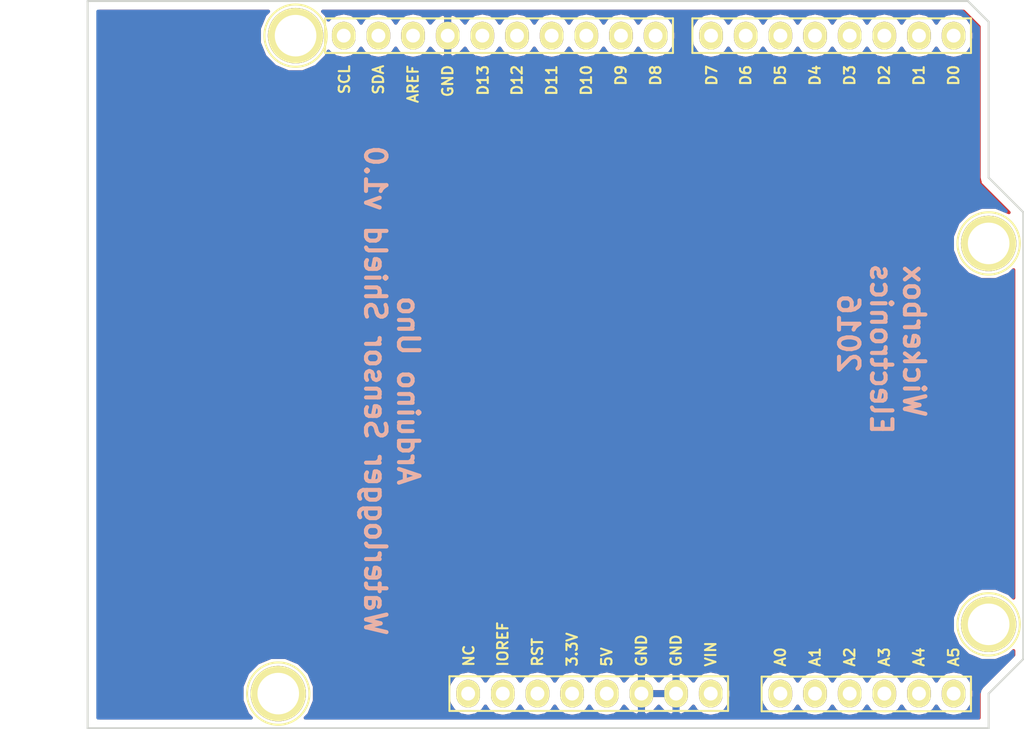
<source format=kicad_pcb>
(kicad_pcb (version 4) (host pcbnew 4.0.4+e1-6308~48~ubuntu14.04.1-stable)

  (general
    (links 5)
    (no_connects 3)
    (area 104.572999 71.488 179.653001 129.272)
    (thickness 1.6)
    (drawings 28)
    (tracks 0)
    (zones 0)
    (modules 5)
    (nets 5)
  )

  (page A4)
  (title_block
    (title "Arduino 101 Vehicle Datalogger Breakout Shield")
    (date 2016-05-02)
    (rev v1.0)
    (company "Released under the CERN Open Hardware License v1.2")
    (comment 1 jeh.wicker@gmail.com)
    (comment 2 "Jenner Hanni")
    (comment 3 "Wickerbox Electronics")
    (comment 4 http://github.com/wickerbox/pothole-project)
  )

  (layers
    (0 F.Cu signal)
    (31 B.Cu signal)
    (34 B.Paste user)
    (35 F.Paste user)
    (36 B.SilkS user)
    (37 F.SilkS user)
    (38 B.Mask user)
    (39 F.Mask user)
    (44 Edge.Cuts user)
  )

  (setup
    (last_trace_width 0.254)
    (user_trace_width 0.1524)
    (user_trace_width 0.254)
    (user_trace_width 0.3302)
    (user_trace_width 0.508)
    (user_trace_width 0.762)
    (user_trace_width 1.27)
    (trace_clearance 0.254)
    (zone_clearance 0.508)
    (zone_45_only no)
    (trace_min 0.1524)
    (segment_width 0.2)
    (edge_width 0.15)
    (via_size 0.6858)
    (via_drill 0.3302)
    (via_min_size 0.6858)
    (via_min_drill 0.3302)
    (user_via 0.6858 0.3302)
    (user_via 0.762 0.4064)
    (user_via 0.8636 0.508)
    (uvia_size 0.6858)
    (uvia_drill 0.3302)
    (uvias_allowed no)
    (uvia_min_size 0)
    (uvia_min_drill 0)
    (pcb_text_width 0.3)
    (pcb_text_size 1.5 1.5)
    (mod_edge_width 0.15)
    (mod_text_size 1 1)
    (mod_text_width 0.15)
    (pad_size 1.524 1.524)
    (pad_drill 0.762)
    (pad_to_mask_clearance 0.2)
    (aux_axis_origin 124.968 123.825)
    (grid_origin 124.968 123.825)
    (visible_elements FFFCDF7D)
    (pcbplotparams
      (layerselection 0x010fc_80000001)
      (usegerberextensions true)
      (excludeedgelayer true)
      (linewidth 0.100000)
      (plotframeref false)
      (viasonmask false)
      (mode 1)
      (useauxorigin false)
      (hpglpennumber 1)
      (hpglpenspeed 20)
      (hpglpendiameter 15)
      (hpglpenoverlay 2)
      (psnegative false)
      (psa4output false)
      (plotreference true)
      (plotvalue true)
      (plotinvisibletext false)
      (padsonsilk false)
      (subtractmaskfromsilk false)
      (outputformat 1)
      (mirror false)
      (drillshape 0)
      (scaleselection 1)
      (outputdirectory gerbers/))
  )

  (net 0 "")
  (net 1 GND)
  (net 2 /A4)
  (net 3 /A5)
  (net 4 +5V)

  (net_class Default "This is the default net class."
    (clearance 0.254)
    (trace_width 0.254)
    (via_dia 0.6858)
    (via_drill 0.3302)
    (uvia_dia 0.6858)
    (uvia_drill 0.3302)
    (add_net +5V)
    (add_net /A4)
    (add_net /A5)
    (add_net GND)
  )

  (module Wickerlib:ARDUINO-101-SHIELD locked (layer F.Cu) (tedit 57283FB2) (tstamp 5728CC97)
    (at 133.8072 123.825)
    (descr "Through hole socket strip")
    (tags "socket strip")
    (path /572986CB)
    (fp_text reference U5 (at 13.97 2.794) (layer F.SilkS) hide
      (effects (font (size 1 1) (thickness 0.15)))
    )
    (fp_text value ARDUINO-101-SHIELD (at 13.97 4.318) (layer F.Fab) hide
      (effects (font (size 1 1) (thickness 0.15)))
    )
    (fp_text user NC (at 5.1308 -2.779486 90) (layer F.SilkS)
      (effects (font (size 0.762 0.762) (thickness 0.1524)))
    )
    (fp_line (start 3.33 -1.75) (end 3.33 1.75) (layer F.CrtYd) (width 0.05))
    (fp_line (start 24.63 -1.75) (end 24.63 1.75) (layer F.CrtYd) (width 0.05))
    (fp_line (start 3.33 -1.75) (end 24.63 -1.75) (layer F.CrtYd) (width 0.05))
    (fp_line (start 3.33 1.75) (end 24.63 1.75) (layer F.CrtYd) (width 0.05))
    (fp_line (start 3.7084 1.27) (end 24.13 1.27) (layer F.SilkS) (width 0.15))
    (fp_line (start 24.13 1.27) (end 24.13 -1.27) (layer F.SilkS) (width 0.15))
    (fp_line (start 24.13 -1.27) (end 3.7084 -1.27) (layer F.SilkS) (width 0.15))
    (fp_line (start 3.7084 1.27) (end 3.7084 -1.27) (layer F.SilkS) (width 0.15))
    (fp_text user IOREF (at 7.62 -3.6322 90) (layer F.SilkS)
      (effects (font (size 0.762 0.762) (thickness 0.1524)))
    )
    (fp_text user RST (at 10.16 -3.033485 90) (layer F.SilkS)
      (effects (font (size 0.762 0.762) (thickness 0.1524)))
    )
    (fp_text user 3.3V (at 12.7 -3.233057 90) (layer F.SilkS)
      (effects (font (size 0.762 0.762) (thickness 0.1524)))
    )
    (fp_text user 5V (at 15.24 -2.688771 90) (layer F.SilkS)
      (effects (font (size 0.762 0.762) (thickness 0.1524)))
    )
    (fp_text user GND (at 17.78 -3.160486 90) (layer F.SilkS)
      (effects (font (size 0.762 0.762) (thickness 0.1524)))
    )
    (fp_text user GND (at 20.32 -3.160486 90) (layer F.SilkS)
      (effects (font (size 0.762 0.762) (thickness 0.1524)))
    )
    (fp_text user VIN (at 22.86 -2.906486 90) (layer F.SilkS)
      (effects (font (size 0.762 0.762) (thickness 0.1524)))
    )
    (fp_line (start 41.9354 -1.2446) (end 26.5938 -1.2446) (layer F.SilkS) (width 0.15))
    (fp_line (start 41.9354 1.2954) (end 41.9354 -1.2446) (layer F.SilkS) (width 0.15))
    (fp_text user A4 (at 38.1254 -2.688771 90) (layer F.SilkS)
      (effects (font (size 0.762 0.762) (thickness 0.1524)))
    )
    (fp_text user A3 (at 35.5854 -2.688771 90) (layer F.SilkS)
      (effects (font (size 0.762 0.762) (thickness 0.1524)))
    )
    (fp_text user A5 (at 40.6654 -2.688771 90) (layer F.SilkS)
      (effects (font (size 0.762 0.762) (thickness 0.1524)))
    )
    (fp_text user A0 (at 27.9654 -2.688771 90) (layer F.SilkS)
      (effects (font (size 0.762 0.762) (thickness 0.1524)))
    )
    (fp_text user A1 (at 30.5054 -2.688771 90) (layer F.SilkS)
      (effects (font (size 0.762 0.762) (thickness 0.1524)))
    )
    (fp_line (start 26.5938 1.2954) (end 41.9354 1.2954) (layer F.SilkS) (width 0.15))
    (fp_line (start 26.5938 1.2954) (end 26.5938 -1.2446) (layer F.SilkS) (width 0.15))
    (fp_text user A2 (at 33.0454 -2.688771 90) (layer F.SilkS)
      (effects (font (size 0.762 0.762) (thickness 0.1524)))
    )
    (fp_line (start 26.2154 -1.7246) (end 42.4354 -1.7246) (layer F.CrtYd) (width 0.05))
    (fp_line (start 26.2154 -1.7246) (end 26.2154 1.7754) (layer F.CrtYd) (width 0.05))
    (fp_line (start 42.4354 -1.7246) (end 42.4354 1.7754) (layer F.CrtYd) (width 0.05))
    (fp_line (start 26.2154 1.7754) (end 42.4354 1.7754) (layer F.CrtYd) (width 0.05))
    (fp_text user D2 (at 35.5854 -45.349886 90) (layer F.SilkS)
      (effects (font (size 0.762 0.762) (thickness 0.1524)))
    )
    (fp_line (start 41.9354 -46.99) (end 41.9354 -49.53) (layer F.SilkS) (width 0.15))
    (fp_text user D0 (at 40.6654 -45.349886 90) (layer F.SilkS)
      (effects (font (size 0.762 0.762) (thickness 0.1524)))
    )
    (fp_text user D1 (at 38.1254 -45.349886 90) (layer F.SilkS)
      (effects (font (size 0.762 0.762) (thickness 0.1524)))
    )
    (fp_line (start 41.9354 -49.53) (end 21.5138 -49.53) (layer F.SilkS) (width 0.15))
    (fp_text user D4 (at 30.5054 -45.349886 90) (layer F.SilkS)
      (effects (font (size 0.762 0.762) (thickness 0.1524)))
    )
    (fp_text user D5 (at 27.9654 -45.349886 90) (layer F.SilkS)
      (effects (font (size 0.762 0.762) (thickness 0.1524)))
    )
    (fp_line (start 21.5138 -46.99) (end 21.5138 -49.53) (layer F.SilkS) (width 0.15))
    (fp_text user D6 (at 25.4254 -45.349886 90) (layer F.SilkS)
      (effects (font (size 0.762 0.762) (thickness 0.1524)))
    )
    (fp_text user D7 (at 22.9362 -45.349886 90) (layer F.SilkS)
      (effects (font (size 0.762 0.762) (thickness 0.1524)))
    )
    (fp_line (start 21.5138 -46.99) (end 41.9354 -46.99) (layer F.SilkS) (width 0.15))
    (fp_text user D3 (at 33.0454 -45.349886 90) (layer F.SilkS)
      (effects (font (size 0.762 0.762) (thickness 0.1524)))
    )
    (fp_line (start 21.1354 -50.01) (end 21.1354 -46.51) (layer F.CrtYd) (width 0.05))
    (fp_line (start 42.4354 -50.01) (end 42.4354 -46.51) (layer F.CrtYd) (width 0.05))
    (fp_line (start 21.1354 -50.01) (end 42.4354 -50.01) (layer F.CrtYd) (width 0.05))
    (fp_line (start 21.1354 -46.51) (end 42.4354 -46.51) (layer F.CrtYd) (width 0.05))
    (fp_line (start 20.0914 -49.53) (end -5.3848 -49.53) (layer F.SilkS) (width 0.15))
    (fp_text user D10 (at 13.7414 -44.987029 90) (layer F.SilkS)
      (effects (font (size 0.762 0.762) (thickness 0.1524)))
    )
    (fp_text user D12 (at 8.6614 -44.987029 90) (layer F.SilkS)
      (effects (font (size 0.762 0.762) (thickness 0.1524)))
    )
    (fp_line (start -5.3848 -46.99) (end 20.0914 -46.99) (layer F.SilkS) (width 0.15))
    (fp_text user D9 (at 16.2814 -45.349886 90) (layer F.SilkS)
      (effects (font (size 0.762 0.762) (thickness 0.1524)))
    )
    (fp_text user D8 (at 18.8214 -45.349886 90) (layer F.SilkS)
      (effects (font (size 0.762 0.762) (thickness 0.1524)))
    )
    (fp_line (start 20.0914 -46.99) (end 20.0914 -49.53) (layer F.SilkS) (width 0.15))
    (fp_text user D11 (at 11.2014 -44.987029 90) (layer F.SilkS)
      (effects (font (size 0.762 0.762) (thickness 0.1524)))
    )
    (fp_line (start -5.4102 -46.99) (end -5.4102 -49.53) (layer F.SilkS) (width 0.15))
    (fp_text user D13 (at 6.1722 -44.987029 90) (layer F.SilkS)
      (effects (font (size 0.762 0.762) (thickness 0.1524)))
    )
    (fp_line (start -5.7912 -49.9872) (end 20.5914 -49.9872) (layer F.CrtYd) (width 0.05))
    (fp_line (start 20.5914 -50.01) (end 20.5914 -46.51) (layer F.CrtYd) (width 0.05))
    (fp_line (start -5.7912 -49.9872) (end -5.7912 -46.5074) (layer F.CrtYd) (width 0.05))
    (fp_line (start -5.7912 -46.5074) (end 20.5914 -46.51) (layer F.CrtYd) (width 0.05))
    (fp_text user GND (at 3.5814 -44.9326 90) (layer F.SilkS)
      (effects (font (size 0.762 0.762) (thickness 0.1524)))
    )
    (fp_text user SDA (at -1.4986 -45.023314 90) (layer F.SilkS)
      (effects (font (size 0.762 0.762) (thickness 0.1524)))
    )
    (fp_text user AREF (at 1.0414 -44.714885 90) (layer F.SilkS)
      (effects (font (size 0.762 0.762) (thickness 0.1524)))
    )
    (fp_text user SCL (at -3.9878 -45.041457 90) (layer F.SilkS)
      (effects (font (size 0.762 0.762) (thickness 0.1524)))
    )
    (pad NC thru_hole oval (at 5.08 0) (size 1.7272 2.032) (drill 1.016) (layers *.Cu *.Mask F.SilkS))
    (pad IO thru_hole oval (at 7.62 0) (size 1.7272 2.032) (drill 1.016) (layers *.Cu *.Mask F.SilkS))
    (pad RST thru_hole oval (at 10.16 0) (size 1.7272 2.032) (drill 1.016) (layers *.Cu *.Mask F.SilkS))
    (pad 3V3 thru_hole oval (at 12.7 0) (size 1.7272 2.032) (drill 1.016) (layers *.Cu *.Mask F.SilkS))
    (pad 5V thru_hole oval (at 15.24 0) (size 1.7272 2.032) (drill 1.016) (layers *.Cu *.Mask F.SilkS)
      (net 4 +5V))
    (pad GND1 thru_hole oval (at 17.78 0) (size 1.7272 2.032) (drill 1.016) (layers *.Cu *.Mask F.SilkS)
      (net 1 GND))
    (pad GND2 thru_hole oval (at 20.32 0) (size 1.7272 2.032) (drill 1.016) (layers *.Cu *.Mask F.SilkS)
      (net 1 GND))
    (pad VIN thru_hole oval (at 22.86 0) (size 1.7272 2.032) (drill 1.016) (layers *.Cu *.Mask F.SilkS))
    (pad A0 thru_hole oval (at 27.9654 0) (size 1.7272 2.032) (drill 1.016) (layers *.Cu *.Mask F.SilkS))
    (pad A1 thru_hole oval (at 30.5054 0) (size 1.7272 2.032) (drill 1.016) (layers *.Cu *.Mask F.SilkS))
    (pad A2 thru_hole oval (at 33.0454 0) (size 1.7272 2.032) (drill 1.016) (layers *.Cu *.Mask F.SilkS))
    (pad A5 thru_hole oval (at 40.6654 0) (size 1.7272 2.032) (drill 1.016) (layers *.Cu *.Mask F.SilkS)
      (net 3 /A5))
    (pad A4 thru_hole oval (at 38.1254 0) (size 1.7272 2.032) (drill 1.016) (layers *.Cu *.Mask F.SilkS)
      (net 2 /A4))
    (pad A3 thru_hole oval (at 35.5854 0) (size 1.7272 2.032) (drill 1.016) (layers *.Cu *.Mask F.SilkS))
    (pad D1 thru_hole oval (at 38.1254 -48.26) (size 1.7272 2.032) (drill 1.016) (layers *.Cu *.Mask F.SilkS))
    (pad D0 thru_hole oval (at 40.6654 -48.26) (size 1.7272 2.032) (drill 1.016) (layers *.Cu *.Mask F.SilkS))
    (pad D5 thru_hole oval (at 27.9654 -48.26) (size 1.7272 2.032) (drill 1.016) (layers *.Cu *.Mask F.SilkS))
    (pad D4 thru_hole oval (at 30.5054 -48.26) (size 1.7272 2.032) (drill 1.016) (layers *.Cu *.Mask F.SilkS))
    (pad D6 thru_hole oval (at 25.4254 -48.26) (size 1.7272 2.032) (drill 1.016) (layers *.Cu *.Mask F.SilkS))
    (pad D7 thru_hole oval (at 22.8854 -48.26) (size 1.7272 2.032) (drill 1.016) (layers *.Cu *.Mask F.SilkS))
    (pad D3 thru_hole oval (at 33.0454 -48.26) (size 1.7272 2.032) (drill 1.016) (layers *.Cu *.Mask F.SilkS))
    (pad D2 thru_hole oval (at 35.5854 -48.26) (size 1.7272 2.032) (drill 1.016) (layers *.Cu *.Mask F.SilkS))
    (pad D13 thru_hole oval (at 6.1214 -48.26) (size 1.7272 2.032) (drill 1.016) (layers *.Cu *.Mask F.SilkS))
    (pad D12 thru_hole oval (at 8.6614 -48.26) (size 1.7272 2.032) (drill 1.016) (layers *.Cu *.Mask F.SilkS))
    (pad D11 thru_hole oval (at 11.2014 -48.26) (size 1.7272 2.032) (drill 1.016) (layers *.Cu *.Mask F.SilkS))
    (pad D8 thru_hole oval (at 18.8214 -48.26) (size 1.7272 2.032) (drill 1.016) (layers *.Cu *.Mask F.SilkS))
    (pad D9 thru_hole oval (at 16.2814 -48.26) (size 1.7272 2.032) (drill 1.016) (layers *.Cu *.Mask F.SilkS))
    (pad D10 thru_hole oval (at 13.7414 -48.26) (size 1.7272 2.032) (drill 1.016) (layers *.Cu *.Mask F.SilkS))
    (pad AREF thru_hole oval (at 1.0414 -48.26) (size 1.7272 2.032) (drill 1.016) (layers *.Cu *.Mask F.SilkS)
      (net 4 +5V))
    (pad GND3 thru_hole oval (at 3.5814 -48.26) (size 1.7272 2.032) (drill 1.016) (layers *.Cu *.Mask F.SilkS)
      (net 1 GND))
    (pad SCL thru_hole oval (at -4.0386 -48.26) (size 1.7272 2.032) (drill 1.016) (layers *.Cu *.Mask F.SilkS)
      (net 3 /A5))
    (pad SDA thru_hole oval (at -1.4986 -48.26) (size 1.7272 2.032) (drill 1.016) (layers *.Cu *.Mask F.SilkS)
      (net 2 /A4))
    (pad H1 thru_hole circle (at -7.62 -48.2092) (size 1.7272 1.7272) (drill 1.016) (layers *.Cu *.Mask F.SilkS))
    (model ${KIPRJMOD}/Socket_Arduino_Uno.3dshapes/Socket_header_Arduino_1x08.wrl
      (at (xyz 0.35 0 0))
      (scale (xyz 1 1 1))
      (rotate (xyz 0 0 180))
    )
  )

  (module Wickerlib:ARDUINO-MOUNTING-HOLE locked (layer F.Cu) (tedit 5728F9EC) (tstamp 572896EE)
    (at 177.038 118.745)
    (descr "module 1 pin (ou trou mecanique de percage)")
    (tags DEV)
    (path /57290D61)
    (fp_text reference U2 (at 0 -3.048) (layer F.SilkS) hide
      (effects (font (size 1 1) (thickness 0.15)))
    )
    (fp_text value HOLE (at 0 2.794) (layer F.Fab)
      (effects (font (size 1 1) (thickness 0.15)))
    )
    (fp_circle (center 0 0) (end 0 -2.286) (layer F.SilkS) (width 0.15))
    (pad 1 thru_hole circle (at 0 0) (size 4.064 4.064) (drill 3.048) (layers *.Cu *.Mask F.SilkS))
  )

  (module Wickerlib:ARDUINO-MOUNTING-HOLE locked (layer F.Cu) (tedit 5728F9E3) (tstamp 572896F8)
    (at 177.038 90.805)
    (descr "module 1 pin (ou trou mecanique de percage)")
    (tags DEV)
    (path /57290DDB)
    (fp_text reference U4 (at 0 -3.048) (layer F.SilkS) hide
      (effects (font (size 1 1) (thickness 0.15)))
    )
    (fp_text value HOLE (at 0 2.794) (layer F.Fab)
      (effects (font (size 1 1) (thickness 0.15)))
    )
    (fp_circle (center 0 0) (end 0 -2.286) (layer F.SilkS) (width 0.15))
    (pad 1 thru_hole circle (at 0 0) (size 4.064 4.064) (drill 3.048) (layers *.Cu *.Mask F.SilkS))
  )

  (module Wickerlib:ARDUINO-MOUNTING-HOLE locked (layer F.Cu) (tedit 5728F9F4) (tstamp 572896E9)
    (at 124.968 123.825)
    (descr "module 1 pin (ou trou mecanique de percage)")
    (tags DEV)
    (path /57282130)
    (fp_text reference U1 (at 0 -3.048) (layer F.SilkS) hide
      (effects (font (size 1 1) (thickness 0.15)))
    )
    (fp_text value HOLE (at 0 2.794) (layer F.Fab)
      (effects (font (size 1 1) (thickness 0.15)))
    )
    (fp_circle (center 0 0) (end 0 -2.286) (layer F.SilkS) (width 0.15))
    (pad 1 thru_hole circle (at 0 0) (size 4.064 4.064) (drill 3.048) (layers *.Cu *.Mask F.SilkS))
  )

  (module Wickerlib:ARDUINO-MOUNTING-HOLE locked (layer F.Cu) (tedit 5728FA01) (tstamp 572896F3)
    (at 126.238 75.565)
    (descr "module 1 pin (ou trou mecanique de percage)")
    (tags DEV)
    (path /57290D9E)
    (fp_text reference U3 (at 0 -3.048) (layer F.SilkS) hide
      (effects (font (size 1 1) (thickness 0.15)))
    )
    (fp_text value HOLE (at 0 2.794) (layer F.Fab)
      (effects (font (size 1 1) (thickness 0.15)))
    )
    (fp_circle (center 0 0) (end 0 -2.286) (layer F.SilkS) (width 0.15))
    (pad 1 thru_hole circle (at 0 0) (size 4.064 4.064) (drill 3.048) (layers *.Cu *.Mask F.SilkS))
  )

  (gr_line (start 179.578 121.285) (end 179.578 88.519) (angle 90) (layer Edge.Cuts) (width 0.15))
  (gr_line (start 177.038 85.979) (end 177.038 74.549) (angle 90) (layer Edge.Cuts) (width 0.15))
  (gr_line (start 179.578 88.519) (end 177.038 85.979) (angle 90) (layer Edge.Cuts) (width 0.15))
  (gr_line (start 177.038 123.825) (end 179.578 121.285) (angle 90) (layer Edge.Cuts) (width 0.15))
  (gr_text "Wickerbox \nElectronics  \n2016" (at 169.164 97.409 270) (layer B.SilkS)
    (effects (font (size 1.5 1.5) (thickness 0.3)) (justify mirror))
  )
  (gr_text "Arduino Uno\nWaterlogger Sensor Shield v1.0\n\n" (at 132.08 101.6 270) (layer B.SilkS)
    (effects (font (size 1.5 1.5) (thickness 0.3)) (justify mirror))
  )
  (gr_circle (center 117.348 76.962) (end 118.618 76.962) (layer Dwgs.User) (width 0.15))
  (gr_line (start 114.427 78.994) (end 114.427 74.93) (angle 90) (layer Dwgs.User) (width 0.15))
  (gr_line (start 120.269 78.994) (end 114.427 78.994) (angle 90) (layer Dwgs.User) (width 0.15))
  (gr_line (start 120.269 74.93) (end 120.269 78.994) (angle 90) (layer Dwgs.User) (width 0.15))
  (gr_line (start 114.427 74.93) (end 120.269 74.93) (angle 90) (layer Dwgs.User) (width 0.15))
  (gr_line (start 120.523 93.98) (end 104.648 93.98) (angle 90) (layer Dwgs.User) (width 0.15))
  (gr_line (start 177.038 74.549) (end 175.514 73.025) (angle 90) (layer Edge.Cuts) (width 0.15))
  (gr_line (start 177.038 126.365) (end 177.038 123.825) (angle 90) (layer Edge.Cuts) (width 0.15))
  (gr_line (start 110.998 126.365) (end 177.038 126.365) (angle 90) (layer Edge.Cuts) (width 0.15))
  (gr_line (start 110.998 73.025) (end 110.998 126.365) (angle 90) (layer Edge.Cuts) (width 0.15))
  (gr_line (start 175.514 73.025) (end 110.998 73.025) (angle 90) (layer Edge.Cuts) (width 0.15))
  (gr_line (start 173.355 102.235) (end 173.355 94.615) (angle 90) (layer Dwgs.User) (width 0.15))
  (gr_line (start 178.435 102.235) (end 173.355 102.235) (angle 90) (layer Dwgs.User) (width 0.15))
  (gr_line (start 178.435 94.615) (end 178.435 102.235) (angle 90) (layer Dwgs.User) (width 0.15))
  (gr_line (start 173.355 94.615) (end 178.435 94.615) (angle 90) (layer Dwgs.User) (width 0.15))
  (gr_line (start 109.093 123.19) (end 109.093 114.3) (angle 90) (layer Dwgs.User) (width 0.15))
  (gr_line (start 122.428 123.19) (end 109.093 123.19) (angle 90) (layer Dwgs.User) (width 0.15))
  (gr_line (start 122.428 114.3) (end 122.428 123.19) (angle 90) (layer Dwgs.User) (width 0.15))
  (gr_line (start 109.093 114.3) (end 122.428 114.3) (angle 90) (layer Dwgs.User) (width 0.15))
  (gr_line (start 104.648 93.98) (end 104.648 82.55) (angle 90) (layer Dwgs.User) (width 0.15))
  (gr_line (start 120.523 82.55) (end 120.523 93.98) (angle 90) (layer Dwgs.User) (width 0.15))
  (gr_line (start 104.648 82.55) (end 120.523 82.55) (angle 90) (layer Dwgs.User) (width 0.15))

  (zone (net 1) (net_name GND) (layer F.Cu) (tstamp 0) (hatch edge 0.508)
    (connect_pads (clearance 0.508))
    (min_thickness 0.254)
    (fill yes (arc_segments 16) (thermal_gap 0.508) (thermal_bridge_width 0.508))
    (polygon
      (pts
        (xy 111.76 73.66) (xy 111.76 125.73) (xy 176.53 125.73) (xy 176.53 123.825) (xy 179.07 121.285)
        (xy 179.07 88.9) (xy 176.53 86.36) (xy 176.53 74.93) (xy 175.26 73.66)
      )
    )
    (filled_polygon
      (pts
        (xy 123.978345 74.052293) (xy 123.571464 75.032173) (xy 123.570538 76.093172) (xy 123.975709 77.073761) (xy 124.725293 77.824655)
        (xy 125.705173 78.231536) (xy 126.766172 78.232462) (xy 127.746761 77.827291) (xy 128.497655 77.077707) (xy 128.647336 76.717234)
        (xy 128.70893 76.809415) (xy 129.195111 77.134271) (xy 129.7686 77.248345) (xy 130.342089 77.134271) (xy 130.82827 76.809415)
        (xy 131.0386 76.494634) (xy 131.24893 76.809415) (xy 131.735111 77.134271) (xy 132.3086 77.248345) (xy 132.882089 77.134271)
        (xy 133.36827 76.809415) (xy 133.5786 76.494634) (xy 133.78893 76.809415) (xy 134.275111 77.134271) (xy 134.8486 77.248345)
        (xy 135.422089 77.134271) (xy 135.90827 76.809415) (xy 136.115061 76.499931) (xy 136.486564 76.915732) (xy 137.013809 77.169709)
        (xy 137.029574 77.172358) (xy 137.2616 77.051217) (xy 137.2616 75.692) (xy 137.2416 75.692) (xy 137.2416 75.438)
        (xy 137.2616 75.438) (xy 137.2616 74.078783) (xy 137.5156 74.078783) (xy 137.5156 75.438) (xy 137.5356 75.438)
        (xy 137.5356 75.692) (xy 137.5156 75.692) (xy 137.5156 77.051217) (xy 137.747626 77.172358) (xy 137.763391 77.169709)
        (xy 138.290636 76.915732) (xy 138.662139 76.499931) (xy 138.86893 76.809415) (xy 139.355111 77.134271) (xy 139.9286 77.248345)
        (xy 140.502089 77.134271) (xy 140.98827 76.809415) (xy 141.1986 76.494634) (xy 141.40893 76.809415) (xy 141.895111 77.134271)
        (xy 142.4686 77.248345) (xy 143.042089 77.134271) (xy 143.52827 76.809415) (xy 143.7386 76.494634) (xy 143.94893 76.809415)
        (xy 144.435111 77.134271) (xy 145.0086 77.248345) (xy 145.582089 77.134271) (xy 146.06827 76.809415) (xy 146.2786 76.494634)
        (xy 146.48893 76.809415) (xy 146.975111 77.134271) (xy 147.5486 77.248345) (xy 148.122089 77.134271) (xy 148.60827 76.809415)
        (xy 148.8186 76.494634) (xy 149.02893 76.809415) (xy 149.515111 77.134271) (xy 150.0886 77.248345) (xy 150.662089 77.134271)
        (xy 151.14827 76.809415) (xy 151.3586 76.494634) (xy 151.56893 76.809415) (xy 152.055111 77.134271) (xy 152.6286 77.248345)
        (xy 153.202089 77.134271) (xy 153.68827 76.809415) (xy 154.013126 76.323234) (xy 154.1272 75.749745) (xy 154.1272 75.380255)
        (xy 155.194 75.380255) (xy 155.194 75.749745) (xy 155.308074 76.323234) (xy 155.63293 76.809415) (xy 156.119111 77.134271)
        (xy 156.6926 77.248345) (xy 157.266089 77.134271) (xy 157.75227 76.809415) (xy 157.9626 76.494634) (xy 158.17293 76.809415)
        (xy 158.659111 77.134271) (xy 159.2326 77.248345) (xy 159.806089 77.134271) (xy 160.29227 76.809415) (xy 160.5026 76.494634)
        (xy 160.71293 76.809415) (xy 161.199111 77.134271) (xy 161.7726 77.248345) (xy 162.346089 77.134271) (xy 162.83227 76.809415)
        (xy 163.0426 76.494634) (xy 163.25293 76.809415) (xy 163.739111 77.134271) (xy 164.3126 77.248345) (xy 164.886089 77.134271)
        (xy 165.37227 76.809415) (xy 165.5826 76.494634) (xy 165.79293 76.809415) (xy 166.279111 77.134271) (xy 166.8526 77.248345)
        (xy 167.426089 77.134271) (xy 167.91227 76.809415) (xy 168.1226 76.494634) (xy 168.33293 76.809415) (xy 168.819111 77.134271)
        (xy 169.3926 77.248345) (xy 169.966089 77.134271) (xy 170.45227 76.809415) (xy 170.6626 76.494634) (xy 170.87293 76.809415)
        (xy 171.359111 77.134271) (xy 171.9326 77.248345) (xy 172.506089 77.134271) (xy 172.99227 76.809415) (xy 173.2026 76.494634)
        (xy 173.41293 76.809415) (xy 173.899111 77.134271) (xy 174.4726 77.248345) (xy 175.046089 77.134271) (xy 175.53227 76.809415)
        (xy 175.857126 76.323234) (xy 175.9712 75.749745) (xy 175.9712 75.380255) (xy 175.857126 74.806766) (xy 175.53227 74.320585)
        (xy 175.046089 73.995729) (xy 174.4726 73.881655) (xy 173.899111 73.995729) (xy 173.41293 74.320585) (xy 173.2026 74.635366)
        (xy 172.99227 74.320585) (xy 172.506089 73.995729) (xy 171.9326 73.881655) (xy 171.359111 73.995729) (xy 170.87293 74.320585)
        (xy 170.6626 74.635366) (xy 170.45227 74.320585) (xy 169.966089 73.995729) (xy 169.3926 73.881655) (xy 168.819111 73.995729)
        (xy 168.33293 74.320585) (xy 168.1226 74.635366) (xy 167.91227 74.320585) (xy 167.426089 73.995729) (xy 166.8526 73.881655)
        (xy 166.279111 73.995729) (xy 165.79293 74.320585) (xy 165.5826 74.635366) (xy 165.37227 74.320585) (xy 164.886089 73.995729)
        (xy 164.3126 73.881655) (xy 163.739111 73.995729) (xy 163.25293 74.320585) (xy 163.0426 74.635366) (xy 162.83227 74.320585)
        (xy 162.346089 73.995729) (xy 161.7726 73.881655) (xy 161.199111 73.995729) (xy 160.71293 74.320585) (xy 160.5026 74.635366)
        (xy 160.29227 74.320585) (xy 159.806089 73.995729) (xy 159.2326 73.881655) (xy 158.659111 73.995729) (xy 158.17293 74.320585)
        (xy 157.9626 74.635366) (xy 157.75227 74.320585) (xy 157.266089 73.995729) (xy 156.6926 73.881655) (xy 156.119111 73.995729)
        (xy 155.63293 74.320585) (xy 155.308074 74.806766) (xy 155.194 75.380255) (xy 154.1272 75.380255) (xy 154.013126 74.806766)
        (xy 153.68827 74.320585) (xy 153.202089 73.995729) (xy 152.6286 73.881655) (xy 152.055111 73.995729) (xy 151.56893 74.320585)
        (xy 151.3586 74.635366) (xy 151.14827 74.320585) (xy 150.662089 73.995729) (xy 150.0886 73.881655) (xy 149.515111 73.995729)
        (xy 149.02893 74.320585) (xy 148.8186 74.635366) (xy 148.60827 74.320585) (xy 148.122089 73.995729) (xy 147.5486 73.881655)
        (xy 146.975111 73.995729) (xy 146.48893 74.320585) (xy 146.2786 74.635366) (xy 146.06827 74.320585) (xy 145.582089 73.995729)
        (xy 145.0086 73.881655) (xy 144.435111 73.995729) (xy 143.94893 74.320585) (xy 143.7386 74.635366) (xy 143.52827 74.320585)
        (xy 143.042089 73.995729) (xy 142.4686 73.881655) (xy 141.895111 73.995729) (xy 141.40893 74.320585) (xy 141.1986 74.635366)
        (xy 140.98827 74.320585) (xy 140.502089 73.995729) (xy 139.9286 73.881655) (xy 139.355111 73.995729) (xy 138.86893 74.320585)
        (xy 138.662139 74.630069) (xy 138.290636 74.214268) (xy 137.763391 73.960291) (xy 137.747626 73.957642) (xy 137.5156 74.078783)
        (xy 137.2616 74.078783) (xy 137.029574 73.957642) (xy 137.013809 73.960291) (xy 136.486564 74.214268) (xy 136.115061 74.630069)
        (xy 135.90827 74.320585) (xy 135.422089 73.995729) (xy 134.8486 73.881655) (xy 134.275111 73.995729) (xy 133.78893 74.320585)
        (xy 133.5786 74.635366) (xy 133.36827 74.320585) (xy 132.882089 73.995729) (xy 132.3086 73.881655) (xy 131.735111 73.995729)
        (xy 131.24893 74.320585) (xy 131.0386 74.635366) (xy 130.82827 74.320585) (xy 130.342089 73.995729) (xy 129.7686 73.881655)
        (xy 129.195111 73.995729) (xy 128.70893 74.320585) (xy 128.647502 74.412518) (xy 128.500291 74.056239) (xy 128.231521 73.787)
        (xy 175.207394 73.787) (xy 176.328 74.907606) (xy 176.328 85.979) (xy 176.382046 86.250705) (xy 176.403 86.282065)
        (xy 176.403 86.36) (xy 176.413006 86.40941) (xy 176.440197 86.449803) (xy 178.52511 88.534716) (xy 177.570827 88.138464)
        (xy 176.509828 88.137538) (xy 175.529239 88.542709) (xy 174.778345 89.292293) (xy 174.371464 90.272173) (xy 174.370538 91.333172)
        (xy 174.775709 92.313761) (xy 175.525293 93.064655) (xy 176.505173 93.471536) (xy 177.566172 93.472462) (xy 178.546761 93.067291)
        (xy 178.868 92.746612) (xy 178.868 116.803193) (xy 178.550707 116.485345) (xy 177.570827 116.078464) (xy 176.509828 116.077538)
        (xy 175.529239 116.482709) (xy 174.778345 117.232293) (xy 174.371464 118.212173) (xy 174.370538 119.273172) (xy 174.775709 120.253761)
        (xy 175.525293 121.004655) (xy 176.505173 121.411536) (xy 177.566172 121.412462) (xy 178.546761 121.007291) (xy 178.868 120.686612)
        (xy 178.868 120.990909) (xy 176.535954 123.322954) (xy 176.382046 123.553295) (xy 176.328 123.825) (xy 176.328 125.603)
        (xy 126.961898 125.603) (xy 127.227655 125.337707) (xy 127.634536 124.357827) (xy 127.635162 123.640255) (xy 137.3886 123.640255)
        (xy 137.3886 124.009745) (xy 137.502674 124.583234) (xy 137.82753 125.069415) (xy 138.313711 125.394271) (xy 138.8872 125.508345)
        (xy 139.460689 125.394271) (xy 139.94687 125.069415) (xy 140.1572 124.754634) (xy 140.36753 125.069415) (xy 140.853711 125.394271)
        (xy 141.4272 125.508345) (xy 142.000689 125.394271) (xy 142.48687 125.069415) (xy 142.6972 124.754634) (xy 142.90753 125.069415)
        (xy 143.393711 125.394271) (xy 143.9672 125.508345) (xy 144.540689 125.394271) (xy 145.02687 125.069415) (xy 145.2372 124.754634)
        (xy 145.44753 125.069415) (xy 145.933711 125.394271) (xy 146.5072 125.508345) (xy 147.080689 125.394271) (xy 147.56687 125.069415)
        (xy 147.7772 124.754634) (xy 147.98753 125.069415) (xy 148.473711 125.394271) (xy 149.0472 125.508345) (xy 149.620689 125.394271)
        (xy 150.10687 125.069415) (xy 150.313661 124.759931) (xy 150.685164 125.175732) (xy 151.212409 125.429709) (xy 151.228174 125.432358)
        (xy 151.4602 125.311217) (xy 151.4602 123.952) (xy 151.7142 123.952) (xy 151.7142 125.311217) (xy 151.946226 125.432358)
        (xy 151.961991 125.429709) (xy 152.489236 125.175732) (xy 152.8572 124.763892) (xy 153.225164 125.175732) (xy 153.752409 125.429709)
        (xy 153.768174 125.432358) (xy 154.0002 125.311217) (xy 154.0002 123.952) (xy 151.7142 123.952) (xy 151.4602 123.952)
        (xy 151.4402 123.952) (xy 151.4402 123.698) (xy 151.4602 123.698) (xy 151.4602 122.338783) (xy 151.7142 122.338783)
        (xy 151.7142 123.698) (xy 154.0002 123.698) (xy 154.0002 122.338783) (xy 154.2542 122.338783) (xy 154.2542 123.698)
        (xy 154.2742 123.698) (xy 154.2742 123.952) (xy 154.2542 123.952) (xy 154.2542 125.311217) (xy 154.486226 125.432358)
        (xy 154.501991 125.429709) (xy 155.029236 125.175732) (xy 155.400739 124.759931) (xy 155.60753 125.069415) (xy 156.093711 125.394271)
        (xy 156.6672 125.508345) (xy 157.240689 125.394271) (xy 157.72687 125.069415) (xy 158.051726 124.583234) (xy 158.1658 124.009745)
        (xy 158.1658 123.640255) (xy 160.274 123.640255) (xy 160.274 124.009745) (xy 160.388074 124.583234) (xy 160.71293 125.069415)
        (xy 161.199111 125.394271) (xy 161.7726 125.508345) (xy 162.346089 125.394271) (xy 162.83227 125.069415) (xy 163.0426 124.754634)
        (xy 163.25293 125.069415) (xy 163.739111 125.394271) (xy 164.3126 125.508345) (xy 164.886089 125.394271) (xy 165.37227 125.069415)
        (xy 165.5826 124.754634) (xy 165.79293 125.069415) (xy 166.279111 125.394271) (xy 166.8526 125.508345) (xy 167.426089 125.394271)
        (xy 167.91227 125.069415) (xy 168.1226 124.754634) (xy 168.33293 125.069415) (xy 168.819111 125.394271) (xy 169.3926 125.508345)
        (xy 169.966089 125.394271) (xy 170.45227 125.069415) (xy 170.6626 124.754634) (xy 170.87293 125.069415) (xy 171.359111 125.394271)
        (xy 171.9326 125.508345) (xy 172.506089 125.394271) (xy 172.99227 125.069415) (xy 173.2026 124.754634) (xy 173.41293 125.069415)
        (xy 173.899111 125.394271) (xy 174.4726 125.508345) (xy 175.046089 125.394271) (xy 175.53227 125.069415) (xy 175.857126 124.583234)
        (xy 175.9712 124.009745) (xy 175.9712 123.640255) (xy 175.857126 123.066766) (xy 175.53227 122.580585) (xy 175.046089 122.255729)
        (xy 174.4726 122.141655) (xy 173.899111 122.255729) (xy 173.41293 122.580585) (xy 173.2026 122.895366) (xy 172.99227 122.580585)
        (xy 172.506089 122.255729) (xy 171.9326 122.141655) (xy 171.359111 122.255729) (xy 170.87293 122.580585) (xy 170.6626 122.895366)
        (xy 170.45227 122.580585) (xy 169.966089 122.255729) (xy 169.3926 122.141655) (xy 168.819111 122.255729) (xy 168.33293 122.580585)
        (xy 168.1226 122.895366) (xy 167.91227 122.580585) (xy 167.426089 122.255729) (xy 166.8526 122.141655) (xy 166.279111 122.255729)
        (xy 165.79293 122.580585) (xy 165.5826 122.895366) (xy 165.37227 122.580585) (xy 164.886089 122.255729) (xy 164.3126 122.141655)
        (xy 163.739111 122.255729) (xy 163.25293 122.580585) (xy 163.0426 122.895366) (xy 162.83227 122.580585) (xy 162.346089 122.255729)
        (xy 161.7726 122.141655) (xy 161.199111 122.255729) (xy 160.71293 122.580585) (xy 160.388074 123.066766) (xy 160.274 123.640255)
        (xy 158.1658 123.640255) (xy 158.051726 123.066766) (xy 157.72687 122.580585) (xy 157.240689 122.255729) (xy 156.6672 122.141655)
        (xy 156.093711 122.255729) (xy 155.60753 122.580585) (xy 155.400739 122.890069) (xy 155.029236 122.474268) (xy 154.501991 122.220291)
        (xy 154.486226 122.217642) (xy 154.2542 122.338783) (xy 154.0002 122.338783) (xy 153.768174 122.217642) (xy 153.752409 122.220291)
        (xy 153.225164 122.474268) (xy 152.8572 122.886108) (xy 152.489236 122.474268) (xy 151.961991 122.220291) (xy 151.946226 122.217642)
        (xy 151.7142 122.338783) (xy 151.4602 122.338783) (xy 151.228174 122.217642) (xy 151.212409 122.220291) (xy 150.685164 122.474268)
        (xy 150.313661 122.890069) (xy 150.10687 122.580585) (xy 149.620689 122.255729) (xy 149.0472 122.141655) (xy 148.473711 122.255729)
        (xy 147.98753 122.580585) (xy 147.7772 122.895366) (xy 147.56687 122.580585) (xy 147.080689 122.255729) (xy 146.5072 122.141655)
        (xy 145.933711 122.255729) (xy 145.44753 122.580585) (xy 145.2372 122.895366) (xy 145.02687 122.580585) (xy 144.540689 122.255729)
        (xy 143.9672 122.141655) (xy 143.393711 122.255729) (xy 142.90753 122.580585) (xy 142.6972 122.895366) (xy 142.48687 122.580585)
        (xy 142.000689 122.255729) (xy 141.4272 122.141655) (xy 140.853711 122.255729) (xy 140.36753 122.580585) (xy 140.1572 122.895366)
        (xy 139.94687 122.580585) (xy 139.460689 122.255729) (xy 138.8872 122.141655) (xy 138.313711 122.255729) (xy 137.82753 122.580585)
        (xy 137.502674 123.066766) (xy 137.3886 123.640255) (xy 127.635162 123.640255) (xy 127.635462 123.296828) (xy 127.230291 122.316239)
        (xy 126.480707 121.565345) (xy 125.500827 121.158464) (xy 124.439828 121.157538) (xy 123.459239 121.562709) (xy 122.708345 122.312293)
        (xy 122.301464 123.292173) (xy 122.300538 124.353172) (xy 122.705709 125.333761) (xy 122.974479 125.603) (xy 111.887 125.603)
        (xy 111.887 73.787) (xy 124.244102 73.787)
      )
    )
  )
  (zone (net 1) (net_name GND) (layer B.Cu) (tstamp 5728F4B3) (hatch edge 0.508)
    (connect_pads (clearance 0.508))
    (min_thickness 0.254)
    (fill yes (arc_segments 16) (thermal_gap 0.508) (thermal_bridge_width 0.508))
    (polygon
      (pts
        (xy 111.633 73.66) (xy 111.633 125.73) (xy 176.403 125.73) (xy 176.403 123.825) (xy 178.943 121.285)
        (xy 178.943 88.9) (xy 176.403 86.36) (xy 176.403 74.93) (xy 175.133 73.66)
      )
    )
    (filled_polygon
      (pts
        (xy 123.978345 74.052293) (xy 123.571464 75.032173) (xy 123.570538 76.093172) (xy 123.975709 77.073761) (xy 124.725293 77.824655)
        (xy 125.705173 78.231536) (xy 126.766172 78.232462) (xy 127.746761 77.827291) (xy 128.497655 77.077707) (xy 128.647336 76.717234)
        (xy 128.70893 76.809415) (xy 129.195111 77.134271) (xy 129.7686 77.248345) (xy 130.342089 77.134271) (xy 130.82827 76.809415)
        (xy 131.0386 76.494634) (xy 131.24893 76.809415) (xy 131.735111 77.134271) (xy 132.3086 77.248345) (xy 132.882089 77.134271)
        (xy 133.36827 76.809415) (xy 133.5786 76.494634) (xy 133.78893 76.809415) (xy 134.275111 77.134271) (xy 134.8486 77.248345)
        (xy 135.422089 77.134271) (xy 135.90827 76.809415) (xy 136.115061 76.499931) (xy 136.486564 76.915732) (xy 137.013809 77.169709)
        (xy 137.029574 77.172358) (xy 137.2616 77.051217) (xy 137.2616 75.692) (xy 137.2416 75.692) (xy 137.2416 75.438)
        (xy 137.2616 75.438) (xy 137.2616 74.078783) (xy 137.5156 74.078783) (xy 137.5156 75.438) (xy 137.5356 75.438)
        (xy 137.5356 75.692) (xy 137.5156 75.692) (xy 137.5156 77.051217) (xy 137.747626 77.172358) (xy 137.763391 77.169709)
        (xy 138.290636 76.915732) (xy 138.662139 76.499931) (xy 138.86893 76.809415) (xy 139.355111 77.134271) (xy 139.9286 77.248345)
        (xy 140.502089 77.134271) (xy 140.98827 76.809415) (xy 141.1986 76.494634) (xy 141.40893 76.809415) (xy 141.895111 77.134271)
        (xy 142.4686 77.248345) (xy 143.042089 77.134271) (xy 143.52827 76.809415) (xy 143.7386 76.494634) (xy 143.94893 76.809415)
        (xy 144.435111 77.134271) (xy 145.0086 77.248345) (xy 145.582089 77.134271) (xy 146.06827 76.809415) (xy 146.2786 76.494634)
        (xy 146.48893 76.809415) (xy 146.975111 77.134271) (xy 147.5486 77.248345) (xy 148.122089 77.134271) (xy 148.60827 76.809415)
        (xy 148.8186 76.494634) (xy 149.02893 76.809415) (xy 149.515111 77.134271) (xy 150.0886 77.248345) (xy 150.662089 77.134271)
        (xy 151.14827 76.809415) (xy 151.3586 76.494634) (xy 151.56893 76.809415) (xy 152.055111 77.134271) (xy 152.6286 77.248345)
        (xy 153.202089 77.134271) (xy 153.68827 76.809415) (xy 154.013126 76.323234) (xy 154.1272 75.749745) (xy 154.1272 75.380255)
        (xy 155.194 75.380255) (xy 155.194 75.749745) (xy 155.308074 76.323234) (xy 155.63293 76.809415) (xy 156.119111 77.134271)
        (xy 156.6926 77.248345) (xy 157.266089 77.134271) (xy 157.75227 76.809415) (xy 157.9626 76.494634) (xy 158.17293 76.809415)
        (xy 158.659111 77.134271) (xy 159.2326 77.248345) (xy 159.806089 77.134271) (xy 160.29227 76.809415) (xy 160.5026 76.494634)
        (xy 160.71293 76.809415) (xy 161.199111 77.134271) (xy 161.7726 77.248345) (xy 162.346089 77.134271) (xy 162.83227 76.809415)
        (xy 163.0426 76.494634) (xy 163.25293 76.809415) (xy 163.739111 77.134271) (xy 164.3126 77.248345) (xy 164.886089 77.134271)
        (xy 165.37227 76.809415) (xy 165.5826 76.494634) (xy 165.79293 76.809415) (xy 166.279111 77.134271) (xy 166.8526 77.248345)
        (xy 167.426089 77.134271) (xy 167.91227 76.809415) (xy 168.1226 76.494634) (xy 168.33293 76.809415) (xy 168.819111 77.134271)
        (xy 169.3926 77.248345) (xy 169.966089 77.134271) (xy 170.45227 76.809415) (xy 170.6626 76.494634) (xy 170.87293 76.809415)
        (xy 171.359111 77.134271) (xy 171.9326 77.248345) (xy 172.506089 77.134271) (xy 172.99227 76.809415) (xy 173.2026 76.494634)
        (xy 173.41293 76.809415) (xy 173.899111 77.134271) (xy 174.4726 77.248345) (xy 175.046089 77.134271) (xy 175.53227 76.809415)
        (xy 175.857126 76.323234) (xy 175.9712 75.749745) (xy 175.9712 75.380255) (xy 175.857126 74.806766) (xy 175.53227 74.320585)
        (xy 175.046089 73.995729) (xy 174.4726 73.881655) (xy 173.899111 73.995729) (xy 173.41293 74.320585) (xy 173.2026 74.635366)
        (xy 172.99227 74.320585) (xy 172.506089 73.995729) (xy 171.9326 73.881655) (xy 171.359111 73.995729) (xy 170.87293 74.320585)
        (xy 170.6626 74.635366) (xy 170.45227 74.320585) (xy 169.966089 73.995729) (xy 169.3926 73.881655) (xy 168.819111 73.995729)
        (xy 168.33293 74.320585) (xy 168.1226 74.635366) (xy 167.91227 74.320585) (xy 167.426089 73.995729) (xy 166.8526 73.881655)
        (xy 166.279111 73.995729) (xy 165.79293 74.320585) (xy 165.5826 74.635366) (xy 165.37227 74.320585) (xy 164.886089 73.995729)
        (xy 164.3126 73.881655) (xy 163.739111 73.995729) (xy 163.25293 74.320585) (xy 163.0426 74.635366) (xy 162.83227 74.320585)
        (xy 162.346089 73.995729) (xy 161.7726 73.881655) (xy 161.199111 73.995729) (xy 160.71293 74.320585) (xy 160.5026 74.635366)
        (xy 160.29227 74.320585) (xy 159.806089 73.995729) (xy 159.2326 73.881655) (xy 158.659111 73.995729) (xy 158.17293 74.320585)
        (xy 157.9626 74.635366) (xy 157.75227 74.320585) (xy 157.266089 73.995729) (xy 156.6926 73.881655) (xy 156.119111 73.995729)
        (xy 155.63293 74.320585) (xy 155.308074 74.806766) (xy 155.194 75.380255) (xy 154.1272 75.380255) (xy 154.013126 74.806766)
        (xy 153.68827 74.320585) (xy 153.202089 73.995729) (xy 152.6286 73.881655) (xy 152.055111 73.995729) (xy 151.56893 74.320585)
        (xy 151.3586 74.635366) (xy 151.14827 74.320585) (xy 150.662089 73.995729) (xy 150.0886 73.881655) (xy 149.515111 73.995729)
        (xy 149.02893 74.320585) (xy 148.8186 74.635366) (xy 148.60827 74.320585) (xy 148.122089 73.995729) (xy 147.5486 73.881655)
        (xy 146.975111 73.995729) (xy 146.48893 74.320585) (xy 146.2786 74.635366) (xy 146.06827 74.320585) (xy 145.582089 73.995729)
        (xy 145.0086 73.881655) (xy 144.435111 73.995729) (xy 143.94893 74.320585) (xy 143.7386 74.635366) (xy 143.52827 74.320585)
        (xy 143.042089 73.995729) (xy 142.4686 73.881655) (xy 141.895111 73.995729) (xy 141.40893 74.320585) (xy 141.1986 74.635366)
        (xy 140.98827 74.320585) (xy 140.502089 73.995729) (xy 139.9286 73.881655) (xy 139.355111 73.995729) (xy 138.86893 74.320585)
        (xy 138.662139 74.630069) (xy 138.290636 74.214268) (xy 137.763391 73.960291) (xy 137.747626 73.957642) (xy 137.5156 74.078783)
        (xy 137.2616 74.078783) (xy 137.029574 73.957642) (xy 137.013809 73.960291) (xy 136.486564 74.214268) (xy 136.115061 74.630069)
        (xy 135.90827 74.320585) (xy 135.422089 73.995729) (xy 134.8486 73.881655) (xy 134.275111 73.995729) (xy 133.78893 74.320585)
        (xy 133.5786 74.635366) (xy 133.36827 74.320585) (xy 132.882089 73.995729) (xy 132.3086 73.881655) (xy 131.735111 73.995729)
        (xy 131.24893 74.320585) (xy 131.0386 74.635366) (xy 130.82827 74.320585) (xy 130.342089 73.995729) (xy 129.7686 73.881655)
        (xy 129.195111 73.995729) (xy 128.70893 74.320585) (xy 128.647502 74.412518) (xy 128.500291 74.056239) (xy 128.231521 73.787)
        (xy 175.080394 73.787) (xy 176.276 74.982606) (xy 176.276 86.36) (xy 176.286006 86.40941) (xy 176.313197 86.449803)
        (xy 178.307929 88.444535) (xy 177.570827 88.138464) (xy 176.509828 88.137538) (xy 175.529239 88.542709) (xy 174.778345 89.292293)
        (xy 174.371464 90.272173) (xy 174.370538 91.333172) (xy 174.775709 92.313761) (xy 175.525293 93.064655) (xy 176.505173 93.471536)
        (xy 177.566172 93.472462) (xy 178.546761 93.067291) (xy 178.816 92.798521) (xy 178.816 116.751102) (xy 178.550707 116.485345)
        (xy 177.570827 116.078464) (xy 176.509828 116.077538) (xy 175.529239 116.482709) (xy 174.778345 117.232293) (xy 174.371464 118.212173)
        (xy 174.370538 119.273172) (xy 174.775709 120.253761) (xy 175.525293 121.004655) (xy 176.505173 121.411536) (xy 177.566172 121.412462)
        (xy 178.546761 121.007291) (xy 178.816 120.738521) (xy 178.816 121.042909) (xy 176.535954 123.322954) (xy 176.382046 123.553295)
        (xy 176.353974 123.69442) (xy 176.313197 123.735197) (xy 176.285334 123.777211) (xy 176.276 123.825) (xy 176.276 125.603)
        (xy 126.961898 125.603) (xy 127.227655 125.337707) (xy 127.634536 124.357827) (xy 127.635162 123.640255) (xy 137.3886 123.640255)
        (xy 137.3886 124.009745) (xy 137.502674 124.583234) (xy 137.82753 125.069415) (xy 138.313711 125.394271) (xy 138.8872 125.508345)
        (xy 139.460689 125.394271) (xy 139.94687 125.069415) (xy 140.1572 124.754634) (xy 140.36753 125.069415) (xy 140.853711 125.394271)
        (xy 141.4272 125.508345) (xy 142.000689 125.394271) (xy 142.48687 125.069415) (xy 142.6972 124.754634) (xy 142.90753 125.069415)
        (xy 143.393711 125.394271) (xy 143.9672 125.508345) (xy 144.540689 125.394271) (xy 145.02687 125.069415) (xy 145.2372 124.754634)
        (xy 145.44753 125.069415) (xy 145.933711 125.394271) (xy 146.5072 125.508345) (xy 147.080689 125.394271) (xy 147.56687 125.069415)
        (xy 147.7772 124.754634) (xy 147.98753 125.069415) (xy 148.473711 125.394271) (xy 149.0472 125.508345) (xy 149.620689 125.394271)
        (xy 150.10687 125.069415) (xy 150.313661 124.759931) (xy 150.685164 125.175732) (xy 151.212409 125.429709) (xy 151.228174 125.432358)
        (xy 151.4602 125.311217) (xy 151.4602 123.952) (xy 151.7142 123.952) (xy 151.7142 125.311217) (xy 151.946226 125.432358)
        (xy 151.961991 125.429709) (xy 152.489236 125.175732) (xy 152.8572 124.763892) (xy 153.225164 125.175732) (xy 153.752409 125.429709)
        (xy 153.768174 125.432358) (xy 154.0002 125.311217) (xy 154.0002 123.952) (xy 151.7142 123.952) (xy 151.4602 123.952)
        (xy 151.4402 123.952) (xy 151.4402 123.698) (xy 151.4602 123.698) (xy 151.4602 122.338783) (xy 151.7142 122.338783)
        (xy 151.7142 123.698) (xy 154.0002 123.698) (xy 154.0002 122.338783) (xy 154.2542 122.338783) (xy 154.2542 123.698)
        (xy 154.2742 123.698) (xy 154.2742 123.952) (xy 154.2542 123.952) (xy 154.2542 125.311217) (xy 154.486226 125.432358)
        (xy 154.501991 125.429709) (xy 155.029236 125.175732) (xy 155.400739 124.759931) (xy 155.60753 125.069415) (xy 156.093711 125.394271)
        (xy 156.6672 125.508345) (xy 157.240689 125.394271) (xy 157.72687 125.069415) (xy 158.051726 124.583234) (xy 158.1658 124.009745)
        (xy 158.1658 123.640255) (xy 160.274 123.640255) (xy 160.274 124.009745) (xy 160.388074 124.583234) (xy 160.71293 125.069415)
        (xy 161.199111 125.394271) (xy 161.7726 125.508345) (xy 162.346089 125.394271) (xy 162.83227 125.069415) (xy 163.0426 124.754634)
        (xy 163.25293 125.069415) (xy 163.739111 125.394271) (xy 164.3126 125.508345) (xy 164.886089 125.394271) (xy 165.37227 125.069415)
        (xy 165.5826 124.754634) (xy 165.79293 125.069415) (xy 166.279111 125.394271) (xy 166.8526 125.508345) (xy 167.426089 125.394271)
        (xy 167.91227 125.069415) (xy 168.1226 124.754634) (xy 168.33293 125.069415) (xy 168.819111 125.394271) (xy 169.3926 125.508345)
        (xy 169.966089 125.394271) (xy 170.45227 125.069415) (xy 170.6626 124.754634) (xy 170.87293 125.069415) (xy 171.359111 125.394271)
        (xy 171.9326 125.508345) (xy 172.506089 125.394271) (xy 172.99227 125.069415) (xy 173.2026 124.754634) (xy 173.41293 125.069415)
        (xy 173.899111 125.394271) (xy 174.4726 125.508345) (xy 175.046089 125.394271) (xy 175.53227 125.069415) (xy 175.857126 124.583234)
        (xy 175.9712 124.009745) (xy 175.9712 123.640255) (xy 175.857126 123.066766) (xy 175.53227 122.580585) (xy 175.046089 122.255729)
        (xy 174.4726 122.141655) (xy 173.899111 122.255729) (xy 173.41293 122.580585) (xy 173.2026 122.895366) (xy 172.99227 122.580585)
        (xy 172.506089 122.255729) (xy 171.9326 122.141655) (xy 171.359111 122.255729) (xy 170.87293 122.580585) (xy 170.6626 122.895366)
        (xy 170.45227 122.580585) (xy 169.966089 122.255729) (xy 169.3926 122.141655) (xy 168.819111 122.255729) (xy 168.33293 122.580585)
        (xy 168.1226 122.895366) (xy 167.91227 122.580585) (xy 167.426089 122.255729) (xy 166.8526 122.141655) (xy 166.279111 122.255729)
        (xy 165.79293 122.580585) (xy 165.5826 122.895366) (xy 165.37227 122.580585) (xy 164.886089 122.255729) (xy 164.3126 122.141655)
        (xy 163.739111 122.255729) (xy 163.25293 122.580585) (xy 163.0426 122.895366) (xy 162.83227 122.580585) (xy 162.346089 122.255729)
        (xy 161.7726 122.141655) (xy 161.199111 122.255729) (xy 160.71293 122.580585) (xy 160.388074 123.066766) (xy 160.274 123.640255)
        (xy 158.1658 123.640255) (xy 158.051726 123.066766) (xy 157.72687 122.580585) (xy 157.240689 122.255729) (xy 156.6672 122.141655)
        (xy 156.093711 122.255729) (xy 155.60753 122.580585) (xy 155.400739 122.890069) (xy 155.029236 122.474268) (xy 154.501991 122.220291)
        (xy 154.486226 122.217642) (xy 154.2542 122.338783) (xy 154.0002 122.338783) (xy 153.768174 122.217642) (xy 153.752409 122.220291)
        (xy 153.225164 122.474268) (xy 152.8572 122.886108) (xy 152.489236 122.474268) (xy 151.961991 122.220291) (xy 151.946226 122.217642)
        (xy 151.7142 122.338783) (xy 151.4602 122.338783) (xy 151.228174 122.217642) (xy 151.212409 122.220291) (xy 150.685164 122.474268)
        (xy 150.313661 122.890069) (xy 150.10687 122.580585) (xy 149.620689 122.255729) (xy 149.0472 122.141655) (xy 148.473711 122.255729)
        (xy 147.98753 122.580585) (xy 147.7772 122.895366) (xy 147.56687 122.580585) (xy 147.080689 122.255729) (xy 146.5072 122.141655)
        (xy 145.933711 122.255729) (xy 145.44753 122.580585) (xy 145.2372 122.895366) (xy 145.02687 122.580585) (xy 144.540689 122.255729)
        (xy 143.9672 122.141655) (xy 143.393711 122.255729) (xy 142.90753 122.580585) (xy 142.6972 122.895366) (xy 142.48687 122.580585)
        (xy 142.000689 122.255729) (xy 141.4272 122.141655) (xy 140.853711 122.255729) (xy 140.36753 122.580585) (xy 140.1572 122.895366)
        (xy 139.94687 122.580585) (xy 139.460689 122.255729) (xy 138.8872 122.141655) (xy 138.313711 122.255729) (xy 137.82753 122.580585)
        (xy 137.502674 123.066766) (xy 137.3886 123.640255) (xy 127.635162 123.640255) (xy 127.635462 123.296828) (xy 127.230291 122.316239)
        (xy 126.480707 121.565345) (xy 125.500827 121.158464) (xy 124.439828 121.157538) (xy 123.459239 121.562709) (xy 122.708345 122.312293)
        (xy 122.301464 123.292173) (xy 122.300538 124.353172) (xy 122.705709 125.333761) (xy 122.974479 125.603) (xy 111.76 125.603)
        (xy 111.76 73.787) (xy 124.244102 73.787)
      )
    )
  )
)

</source>
